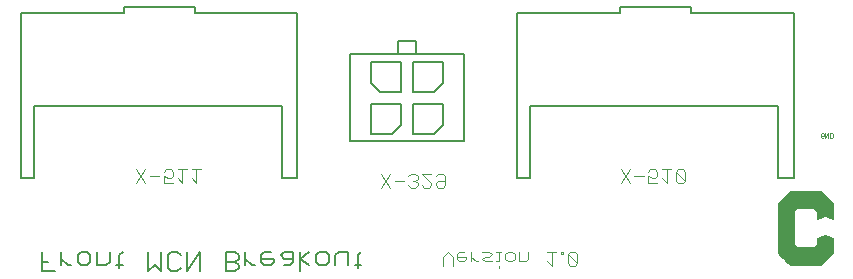
<source format=gbo>
G75*
G70*
%OFA0B0*%
%FSLAX24Y24*%
%IPPOS*%
%LPD*%
%AMOC8*
5,1,8,0,0,1.08239X$1,22.5*
%
%ADD10C,0.0040*%
%ADD11C,0.0020*%
%ADD12C,0.0010*%
%ADD13C,0.0060*%
%ADD14C,0.0050*%
D10*
X022179Y003961D02*
X022486Y004421D01*
X022640Y004191D02*
X022947Y004191D01*
X023100Y004191D02*
X023254Y004114D01*
X023330Y004114D01*
X023407Y004191D01*
X023407Y004344D01*
X023330Y004421D01*
X023177Y004421D01*
X023100Y004344D01*
X023100Y004191D02*
X023100Y003961D01*
X023407Y003961D01*
X023560Y004114D02*
X023714Y003961D01*
X023714Y004421D01*
X023867Y004421D02*
X023560Y004421D01*
X024021Y004421D02*
X024328Y004421D01*
X024174Y004421D02*
X024174Y003961D01*
X024021Y004114D01*
X022486Y003961D02*
X022179Y004421D01*
X030329Y004263D02*
X030636Y003803D01*
X030789Y004033D02*
X031096Y004033D01*
X031250Y003880D02*
X031326Y003803D01*
X031480Y003803D01*
X031557Y003880D01*
X031557Y003957D01*
X031480Y004033D01*
X031557Y004110D01*
X031557Y004187D01*
X031480Y004263D01*
X031326Y004263D01*
X031250Y004187D01*
X031403Y004033D02*
X031480Y004033D01*
X031710Y003880D02*
X031787Y003803D01*
X031940Y003803D01*
X032017Y003880D01*
X032017Y003957D01*
X031710Y004263D01*
X032017Y004263D01*
X032170Y004187D02*
X032247Y004263D01*
X032401Y004263D01*
X032477Y004187D01*
X032477Y003880D01*
X032401Y003803D01*
X032247Y003803D01*
X032170Y003880D01*
X032170Y003957D01*
X032247Y004033D01*
X032477Y004033D01*
X030636Y004263D02*
X030329Y003803D01*
X032569Y001665D02*
X032722Y001512D01*
X032722Y001205D01*
X032876Y001435D02*
X032953Y001358D01*
X033106Y001358D01*
X033183Y001435D01*
X033183Y001512D01*
X032876Y001512D01*
X032876Y001588D02*
X032876Y001435D01*
X032876Y001588D02*
X032953Y001665D01*
X033106Y001665D01*
X033336Y001665D02*
X033336Y001358D01*
X033336Y001512D02*
X033490Y001358D01*
X033566Y001358D01*
X033720Y001435D02*
X033797Y001358D01*
X034027Y001358D01*
X034180Y001358D02*
X034257Y001358D01*
X034257Y001665D01*
X034180Y001665D02*
X034334Y001665D01*
X034487Y001588D02*
X034564Y001665D01*
X034717Y001665D01*
X034794Y001588D01*
X034794Y001435D01*
X034717Y001358D01*
X034564Y001358D01*
X034487Y001435D01*
X034487Y001588D01*
X034027Y001588D02*
X033950Y001512D01*
X033797Y001512D01*
X033720Y001435D01*
X033720Y001665D02*
X033950Y001665D01*
X034027Y001588D01*
X034257Y001205D02*
X034257Y001128D01*
X034948Y001358D02*
X035178Y001358D01*
X035254Y001435D01*
X035254Y001665D01*
X034948Y001665D02*
X034948Y001358D01*
X035868Y001358D02*
X036022Y001205D01*
X036022Y001665D01*
X036175Y001665D02*
X035868Y001665D01*
X036329Y001665D02*
X036405Y001665D01*
X036405Y001588D01*
X036329Y001588D01*
X036329Y001665D01*
X036559Y001588D02*
X036866Y001281D01*
X036866Y001588D01*
X036789Y001665D01*
X036635Y001665D01*
X036559Y001588D01*
X036559Y001281D01*
X036635Y001205D01*
X036789Y001205D01*
X036866Y001281D01*
X032569Y001665D02*
X032416Y001512D01*
X032416Y001205D01*
X038321Y003961D02*
X038628Y004421D01*
X038781Y004191D02*
X039088Y004191D01*
X039242Y004191D02*
X039395Y004114D01*
X039472Y004114D01*
X039549Y004191D01*
X039549Y004344D01*
X039472Y004421D01*
X039319Y004421D01*
X039242Y004344D01*
X039242Y004191D02*
X039242Y003961D01*
X039549Y003961D01*
X039702Y004114D02*
X039856Y003961D01*
X039856Y004421D01*
X040009Y004421D02*
X039702Y004421D01*
X040163Y004344D02*
X040469Y004037D01*
X040469Y004344D01*
X040393Y004421D01*
X040239Y004421D01*
X040163Y004344D01*
X040163Y004037D01*
X040239Y003961D01*
X040393Y003961D01*
X040469Y004037D01*
X038628Y003961D02*
X038321Y004421D01*
D11*
X043561Y003299D02*
X043557Y001630D01*
X043978Y001213D01*
X044990Y001217D01*
X045400Y001626D01*
X045400Y002114D01*
X045140Y002228D01*
X044860Y002114D01*
X044864Y001913D01*
X044758Y001815D01*
X044211Y001815D01*
X044100Y001921D01*
X044100Y003031D01*
X044199Y003130D01*
X044750Y003134D01*
X044868Y003016D01*
X044868Y002756D01*
X045132Y002878D01*
X045400Y002752D01*
X045396Y003303D01*
X044994Y003705D01*
X043970Y003693D01*
X043577Y003299D01*
X043561Y003299D01*
X043561Y003293D02*
X045396Y003293D01*
X045396Y003275D02*
X043561Y003275D01*
X043561Y003256D02*
X045396Y003256D01*
X045396Y003238D02*
X043561Y003238D01*
X043561Y003220D02*
X045396Y003220D01*
X045396Y003202D02*
X043561Y003202D01*
X043561Y003184D02*
X045396Y003184D01*
X045397Y003165D02*
X043561Y003165D01*
X043561Y003147D02*
X045397Y003147D01*
X045397Y003129D02*
X044755Y003129D01*
X044773Y003111D02*
X045397Y003111D01*
X045397Y003092D02*
X044791Y003092D01*
X044810Y003074D02*
X045397Y003074D01*
X045397Y003056D02*
X044828Y003056D01*
X044846Y003038D02*
X045398Y003038D01*
X045398Y003019D02*
X044864Y003019D01*
X044868Y003001D02*
X045398Y003001D01*
X045398Y002983D02*
X044868Y002983D01*
X044868Y002965D02*
X045398Y002965D01*
X045398Y002947D02*
X044868Y002947D01*
X044868Y002928D02*
X045398Y002928D01*
X045398Y002910D02*
X044868Y002910D01*
X044868Y002892D02*
X045399Y002892D01*
X045399Y002874D02*
X045141Y002874D01*
X045122Y002874D02*
X044868Y002874D01*
X044868Y002855D02*
X045083Y002855D01*
X045044Y002837D02*
X044868Y002837D01*
X044868Y002819D02*
X045004Y002819D01*
X044965Y002801D02*
X044868Y002801D01*
X044868Y002782D02*
X044925Y002782D01*
X044886Y002764D02*
X044868Y002764D01*
X045180Y002855D02*
X045399Y002855D01*
X045399Y002837D02*
X045218Y002837D01*
X045257Y002819D02*
X045399Y002819D01*
X045399Y002801D02*
X045296Y002801D01*
X045335Y002782D02*
X045399Y002782D01*
X045399Y002764D02*
X045373Y002764D01*
X045388Y003311D02*
X043589Y003311D01*
X043607Y003329D02*
X045369Y003329D01*
X045351Y003348D02*
X043625Y003348D01*
X043643Y003366D02*
X045333Y003366D01*
X045315Y003384D02*
X043661Y003384D01*
X043680Y003402D02*
X045296Y003402D01*
X045278Y003420D02*
X043698Y003420D01*
X043716Y003439D02*
X045260Y003439D01*
X045242Y003457D02*
X043734Y003457D01*
X043753Y003475D02*
X045224Y003475D01*
X045205Y003493D02*
X043771Y003493D01*
X043789Y003512D02*
X045187Y003512D01*
X045169Y003530D02*
X043807Y003530D01*
X043826Y003548D02*
X045151Y003548D01*
X045132Y003566D02*
X043844Y003566D01*
X043862Y003585D02*
X045114Y003585D01*
X045096Y003603D02*
X043880Y003603D01*
X043898Y003621D02*
X045078Y003621D01*
X045060Y003639D02*
X043917Y003639D01*
X043935Y003657D02*
X045041Y003657D01*
X045023Y003676D02*
X043953Y003676D01*
X044056Y003694D02*
X045005Y003694D01*
X044198Y003129D02*
X043561Y003129D01*
X043561Y003111D02*
X044179Y003111D01*
X044161Y003092D02*
X043560Y003092D01*
X043560Y003074D02*
X044143Y003074D01*
X044125Y003056D02*
X043560Y003056D01*
X043560Y003038D02*
X044106Y003038D01*
X044100Y003019D02*
X043560Y003019D01*
X043560Y003001D02*
X044100Y003001D01*
X044100Y002983D02*
X043560Y002983D01*
X043560Y002965D02*
X044100Y002965D01*
X044100Y002947D02*
X043560Y002947D01*
X043560Y002928D02*
X044100Y002928D01*
X044100Y002910D02*
X043560Y002910D01*
X043560Y002892D02*
X044100Y002892D01*
X044100Y002874D02*
X043560Y002874D01*
X043560Y002855D02*
X044100Y002855D01*
X044100Y002837D02*
X043560Y002837D01*
X043560Y002819D02*
X044100Y002819D01*
X044100Y002801D02*
X043560Y002801D01*
X043560Y002782D02*
X044100Y002782D01*
X044100Y002764D02*
X043560Y002764D01*
X043560Y002746D02*
X044100Y002746D01*
X044100Y002728D02*
X043560Y002728D01*
X043560Y002710D02*
X044100Y002710D01*
X044100Y002691D02*
X043560Y002691D01*
X043559Y002673D02*
X044100Y002673D01*
X044100Y002655D02*
X043559Y002655D01*
X043559Y002637D02*
X044100Y002637D01*
X044100Y002618D02*
X043559Y002618D01*
X043559Y002600D02*
X044100Y002600D01*
X044100Y002582D02*
X043559Y002582D01*
X043559Y002564D02*
X044100Y002564D01*
X044100Y002546D02*
X043559Y002546D01*
X043559Y002527D02*
X044100Y002527D01*
X044100Y002509D02*
X043559Y002509D01*
X043559Y002491D02*
X044100Y002491D01*
X044100Y002473D02*
X043559Y002473D01*
X043559Y002454D02*
X044100Y002454D01*
X044100Y002436D02*
X043559Y002436D01*
X043559Y002418D02*
X044100Y002418D01*
X044100Y002400D02*
X043559Y002400D01*
X043559Y002381D02*
X044100Y002381D01*
X044100Y002363D02*
X043559Y002363D01*
X043559Y002345D02*
X044100Y002345D01*
X044100Y002327D02*
X043559Y002327D01*
X043559Y002309D02*
X044100Y002309D01*
X044100Y002290D02*
X043559Y002290D01*
X043559Y002272D02*
X044100Y002272D01*
X044100Y002254D02*
X043559Y002254D01*
X043558Y002236D02*
X044100Y002236D01*
X044100Y002217D02*
X043558Y002217D01*
X043558Y002199D02*
X044100Y002199D01*
X044100Y002181D02*
X043558Y002181D01*
X043558Y002163D02*
X044100Y002163D01*
X044100Y002144D02*
X043558Y002144D01*
X043558Y002126D02*
X044100Y002126D01*
X044100Y002108D02*
X043558Y002108D01*
X043558Y002090D02*
X044100Y002090D01*
X044100Y002072D02*
X043558Y002072D01*
X043558Y002053D02*
X044100Y002053D01*
X044100Y002035D02*
X043558Y002035D01*
X043558Y002017D02*
X044100Y002017D01*
X044100Y001999D02*
X043558Y001999D01*
X043558Y001980D02*
X044100Y001980D01*
X044100Y001962D02*
X043558Y001962D01*
X043558Y001944D02*
X044100Y001944D01*
X044100Y001926D02*
X043558Y001926D01*
X043558Y001908D02*
X044115Y001908D01*
X044134Y001889D02*
X043558Y001889D01*
X043558Y001871D02*
X044152Y001871D01*
X044171Y001853D02*
X043558Y001853D01*
X043558Y001835D02*
X044190Y001835D01*
X044209Y001816D02*
X043557Y001816D01*
X043557Y001798D02*
X045400Y001798D01*
X045400Y001780D02*
X043557Y001780D01*
X043557Y001762D02*
X045400Y001762D01*
X045400Y001743D02*
X043557Y001743D01*
X043557Y001725D02*
X045400Y001725D01*
X045400Y001707D02*
X043557Y001707D01*
X043557Y001689D02*
X045400Y001689D01*
X045400Y001671D02*
X043557Y001671D01*
X043557Y001652D02*
X045400Y001652D01*
X045400Y001634D02*
X043557Y001634D01*
X043571Y001616D02*
X045389Y001616D01*
X045371Y001598D02*
X043590Y001598D01*
X043608Y001579D02*
X045353Y001579D01*
X045335Y001561D02*
X043626Y001561D01*
X043645Y001543D02*
X045316Y001543D01*
X045298Y001525D02*
X043663Y001525D01*
X043682Y001506D02*
X045280Y001506D01*
X045262Y001488D02*
X043700Y001488D01*
X043718Y001470D02*
X045244Y001470D01*
X045225Y001452D02*
X043737Y001452D01*
X043755Y001434D02*
X045207Y001434D01*
X045189Y001415D02*
X043774Y001415D01*
X043792Y001397D02*
X045171Y001397D01*
X045152Y001379D02*
X043810Y001379D01*
X043829Y001361D02*
X045134Y001361D01*
X045116Y001342D02*
X043847Y001342D01*
X043866Y001324D02*
X045098Y001324D01*
X045080Y001306D02*
X043884Y001306D01*
X043902Y001288D02*
X045061Y001288D01*
X045043Y001270D02*
X043921Y001270D01*
X043939Y001251D02*
X045025Y001251D01*
X045007Y001233D02*
X043958Y001233D01*
X043976Y001215D02*
X044555Y001215D01*
X044759Y001816D02*
X045400Y001816D01*
X045400Y001835D02*
X044779Y001835D01*
X044799Y001853D02*
X045400Y001853D01*
X045400Y001871D02*
X044818Y001871D01*
X044838Y001889D02*
X045400Y001889D01*
X045400Y001908D02*
X044858Y001908D01*
X044864Y001926D02*
X045400Y001926D01*
X045400Y001944D02*
X044863Y001944D01*
X044863Y001962D02*
X045400Y001962D01*
X045400Y001980D02*
X044863Y001980D01*
X044862Y001999D02*
X045400Y001999D01*
X045400Y002017D02*
X044862Y002017D01*
X044862Y002035D02*
X045400Y002035D01*
X045400Y002053D02*
X044861Y002053D01*
X044861Y002072D02*
X045400Y002072D01*
X045400Y002090D02*
X044861Y002090D01*
X044860Y002108D02*
X045400Y002108D01*
X045372Y002126D02*
X044890Y002126D01*
X044934Y002144D02*
X045331Y002144D01*
X045289Y002163D02*
X044979Y002163D01*
X045024Y002181D02*
X045248Y002181D01*
X045206Y002199D02*
X045068Y002199D01*
X045113Y002217D02*
X045165Y002217D01*
D12*
X045146Y005467D02*
X045246Y005617D01*
X045246Y005467D01*
X045294Y005467D02*
X045369Y005467D01*
X045394Y005492D01*
X045394Y005592D01*
X045369Y005617D01*
X045294Y005617D01*
X045294Y005467D01*
X045146Y005467D02*
X045146Y005617D01*
X045099Y005592D02*
X045099Y005542D01*
X045049Y005542D01*
X044999Y005592D02*
X045024Y005617D01*
X045074Y005617D01*
X045099Y005592D01*
X044999Y005592D02*
X044999Y005492D01*
X045024Y005467D01*
X045074Y005467D01*
X045099Y005492D01*
D13*
X029673Y001655D02*
X029566Y001548D01*
X029566Y001121D01*
X029460Y001228D02*
X029673Y001228D01*
X029242Y001228D02*
X029242Y001655D01*
X028922Y001655D01*
X028815Y001548D01*
X028815Y001228D01*
X028598Y001335D02*
X028491Y001228D01*
X028277Y001228D01*
X028171Y001335D01*
X028171Y001548D01*
X028277Y001655D01*
X028491Y001655D01*
X028598Y001548D01*
X028598Y001335D01*
X027954Y001228D02*
X027633Y001442D01*
X027954Y001655D01*
X027633Y001655D02*
X027633Y001015D01*
X027416Y001335D02*
X027309Y001228D01*
X027096Y001228D01*
X027096Y001442D02*
X026989Y001548D01*
X027096Y001655D01*
X027416Y001655D01*
X027416Y001335D01*
X027416Y001442D02*
X027096Y001442D01*
X026771Y001442D02*
X026344Y001442D01*
X026344Y001548D02*
X026344Y001335D01*
X026451Y001228D01*
X026665Y001228D01*
X026771Y001335D01*
X026771Y001442D01*
X026665Y001655D02*
X026451Y001655D01*
X026344Y001548D01*
X026128Y001228D02*
X026021Y001228D01*
X025807Y001442D01*
X025807Y001655D02*
X025807Y001228D01*
X025590Y001228D02*
X025483Y001335D01*
X025163Y001335D01*
X025483Y001335D02*
X025590Y001442D01*
X025590Y001548D01*
X025483Y001655D01*
X025163Y001655D01*
X025163Y001015D01*
X025483Y001015D01*
X025590Y001121D01*
X025590Y001228D01*
X024301Y001015D02*
X024301Y001655D01*
X023874Y001015D01*
X023874Y001655D01*
X023656Y001548D02*
X023549Y001655D01*
X023336Y001655D01*
X023229Y001548D01*
X023229Y001121D01*
X023336Y001015D01*
X023549Y001015D01*
X023656Y001121D01*
X023012Y001015D02*
X023012Y001655D01*
X022585Y001655D02*
X022585Y001015D01*
X022798Y001228D01*
X023012Y001015D01*
X021724Y001228D02*
X021510Y001228D01*
X021617Y001121D02*
X021617Y001548D01*
X021724Y001655D01*
X021293Y001655D02*
X021293Y001335D01*
X021186Y001228D01*
X020866Y001228D01*
X020866Y001655D01*
X020648Y001548D02*
X020542Y001655D01*
X020328Y001655D01*
X020221Y001548D01*
X020221Y001335D01*
X020328Y001228D01*
X020542Y001228D01*
X020648Y001335D01*
X020648Y001548D01*
X020005Y001228D02*
X019898Y001228D01*
X019684Y001442D01*
X019684Y001655D02*
X019684Y001228D01*
X019467Y001015D02*
X019040Y001015D01*
X019040Y001655D01*
X019040Y001335D02*
X019253Y001335D01*
D14*
X018774Y004126D02*
X018340Y004126D01*
X018340Y009638D01*
X021766Y009638D01*
X021766Y009835D01*
X024128Y009835D01*
X024128Y009638D01*
X027553Y009638D01*
X027553Y004126D01*
X027041Y004126D01*
X027041Y006528D01*
X018774Y006528D01*
X018774Y004126D01*
X029314Y005353D02*
X033114Y005353D01*
X033114Y008253D01*
X029314Y008253D01*
X029314Y005353D01*
X030014Y005603D02*
X030714Y005603D01*
X031014Y005903D01*
X031014Y006603D01*
X030014Y006603D01*
X030014Y005603D01*
X031414Y005603D02*
X032114Y005603D01*
X032414Y005903D01*
X032414Y006603D01*
X031414Y006603D01*
X031414Y005603D01*
X031414Y007003D02*
X032114Y007003D01*
X032414Y007303D01*
X032414Y008003D01*
X031414Y008003D01*
X031414Y007003D01*
X031014Y007003D02*
X030314Y007003D01*
X030014Y007303D01*
X030014Y008003D01*
X031014Y008003D01*
X031014Y007003D01*
X030914Y008303D02*
X030914Y008703D01*
X031514Y008703D01*
X031514Y008303D01*
X034876Y009638D02*
X034876Y004126D01*
X035309Y004126D01*
X035309Y006528D01*
X043577Y006528D01*
X043577Y004126D01*
X044089Y004126D01*
X044089Y009638D01*
X040663Y009638D01*
X040663Y009835D01*
X038301Y009835D01*
X038301Y009638D01*
X034876Y009638D01*
M02*

</source>
